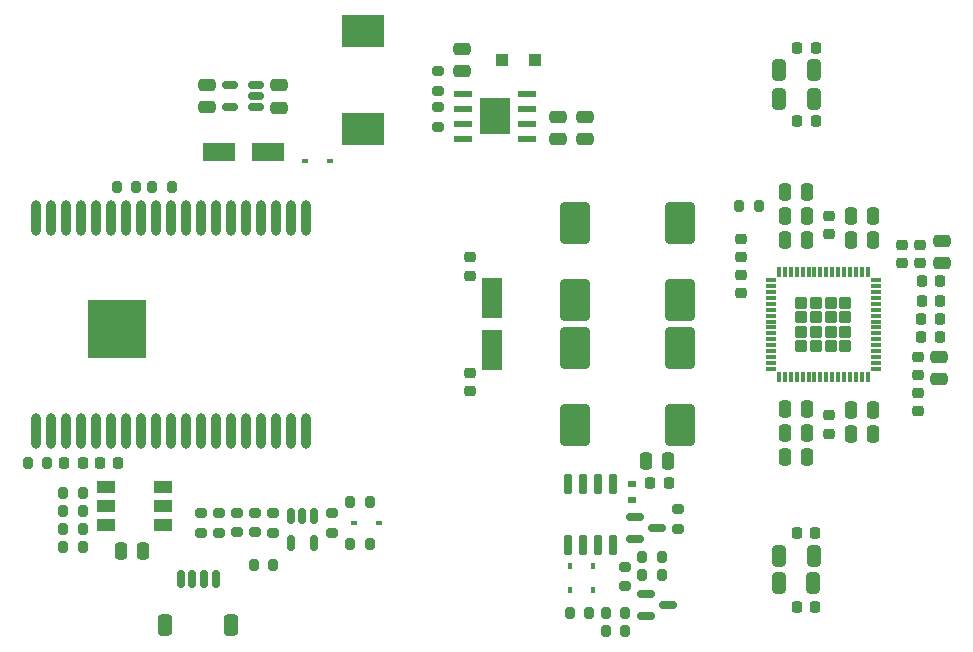
<source format=gbr>
G04 #@! TF.GenerationSoftware,KiCad,Pcbnew,(6.0.5-0)*
G04 #@! TF.CreationDate,2022-10-24T02:35:27+02:00*
G04 #@! TF.ProjectId,muVox,6d75566f-782e-46b6-9963-61645f706362,rc1*
G04 #@! TF.SameCoordinates,Original*
G04 #@! TF.FileFunction,Paste,Top*
G04 #@! TF.FilePolarity,Positive*
%FSLAX46Y46*%
G04 Gerber Fmt 4.6, Leading zero omitted, Abs format (unit mm)*
G04 Created by KiCad (PCBNEW (6.0.5-0)) date 2022-10-24 02:35:27*
%MOMM*%
%LPD*%
G01*
G04 APERTURE LIST*
G04 Aperture macros list*
%AMRoundRect*
0 Rectangle with rounded corners*
0 $1 Rounding radius*
0 $2 $3 $4 $5 $6 $7 $8 $9 X,Y pos of 4 corners*
0 Add a 4 corners polygon primitive as box body*
4,1,4,$2,$3,$4,$5,$6,$7,$8,$9,$2,$3,0*
0 Add four circle primitives for the rounded corners*
1,1,$1+$1,$2,$3*
1,1,$1+$1,$4,$5*
1,1,$1+$1,$6,$7*
1,1,$1+$1,$8,$9*
0 Add four rect primitives between the rounded corners*
20,1,$1+$1,$2,$3,$4,$5,0*
20,1,$1+$1,$4,$5,$6,$7,0*
20,1,$1+$1,$6,$7,$8,$9,0*
20,1,$1+$1,$8,$9,$2,$3,0*%
G04 Aperture macros list end*
%ADD10RoundRect,0.250000X-0.475000X0.250000X-0.475000X-0.250000X0.475000X-0.250000X0.475000X0.250000X0*%
%ADD11RoundRect,0.150000X0.150000X-0.725000X0.150000X0.725000X-0.150000X0.725000X-0.150000X-0.725000X0*%
%ADD12RoundRect,0.150000X0.512500X0.150000X-0.512500X0.150000X-0.512500X-0.150000X0.512500X-0.150000X0*%
%ADD13RoundRect,0.225000X0.250000X-0.225000X0.250000X0.225000X-0.250000X0.225000X-0.250000X-0.225000X0*%
%ADD14RoundRect,0.150000X-0.150000X0.512500X-0.150000X-0.512500X0.150000X-0.512500X0.150000X0.512500X0*%
%ADD15RoundRect,0.250000X1.137500X0.550000X-1.137500X0.550000X-1.137500X-0.550000X1.137500X-0.550000X0*%
%ADD16RoundRect,0.150000X-0.587500X-0.150000X0.587500X-0.150000X0.587500X0.150000X-0.587500X0.150000X0*%
%ADD17R,0.450000X0.600000*%
%ADD18RoundRect,0.250000X0.250000X0.475000X-0.250000X0.475000X-0.250000X-0.475000X0.250000X-0.475000X0*%
%ADD19RoundRect,0.200000X0.275000X-0.200000X0.275000X0.200000X-0.275000X0.200000X-0.275000X-0.200000X0*%
%ADD20RoundRect,0.250000X1.000000X-1.500000X1.000000X1.500000X-1.000000X1.500000X-1.000000X-1.500000X0*%
%ADD21RoundRect,0.200000X0.200000X0.275000X-0.200000X0.275000X-0.200000X-0.275000X0.200000X-0.275000X0*%
%ADD22RoundRect,0.225000X-0.225000X-0.250000X0.225000X-0.250000X0.225000X0.250000X-0.225000X0.250000X0*%
%ADD23R,0.600000X0.450000*%
%ADD24RoundRect,0.225000X0.225000X0.250000X-0.225000X0.250000X-0.225000X-0.250000X0.225000X-0.250000X0*%
%ADD25RoundRect,0.200000X-0.200000X-0.275000X0.200000X-0.275000X0.200000X0.275000X-0.200000X0.275000X0*%
%ADD26RoundRect,0.250000X-1.000000X1.500000X-1.000000X-1.500000X1.000000X-1.500000X1.000000X1.500000X0*%
%ADD27RoundRect,0.250000X-0.325000X-0.650000X0.325000X-0.650000X0.325000X0.650000X-0.325000X0.650000X0*%
%ADD28RoundRect,0.200000X-0.275000X0.200000X-0.275000X-0.200000X0.275000X-0.200000X0.275000X0.200000X0*%
%ADD29RoundRect,0.250000X-0.277694X0.277694X-0.277694X-0.277694X0.277694X-0.277694X0.277694X0.277694X0*%
%ADD30RoundRect,0.075000X-0.075000X0.362500X-0.075000X-0.362500X0.075000X-0.362500X0.075000X0.362500X0*%
%ADD31RoundRect,0.075000X-0.362500X0.075000X-0.362500X-0.075000X0.362500X-0.075000X0.362500X0.075000X0*%
%ADD32R,3.600000X2.700000*%
%ADD33R,0.700000X0.600000*%
%ADD34RoundRect,0.250000X0.475000X-0.250000X0.475000X0.250000X-0.475000X0.250000X-0.475000X-0.250000X0*%
%ADD35R,1.550000X0.600000*%
%ADD36R,2.600000X3.100000*%
%ADD37RoundRect,0.250000X-0.250000X-0.475000X0.250000X-0.475000X0.250000X0.475000X-0.250000X0.475000X0*%
%ADD38R,1.500000X1.000000*%
%ADD39RoundRect,0.150000X-0.150000X-0.625000X0.150000X-0.625000X0.150000X0.625000X-0.150000X0.625000X0*%
%ADD40RoundRect,0.250000X-0.350000X-0.650000X0.350000X-0.650000X0.350000X0.650000X-0.350000X0.650000X0*%
%ADD41RoundRect,0.225000X-0.250000X0.225000X-0.250000X-0.225000X0.250000X-0.225000X0.250000X0.225000X0*%
%ADD42R,1.800000X3.500000*%
%ADD43O,0.900000X3.000000*%
%ADD44R,5.000000X5.000000*%
%ADD45R,1.100000X1.100000*%
G04 APERTURE END LIST*
D10*
X101859100Y-114146800D03*
X101859100Y-116046800D03*
X95709100Y-114129900D03*
X95709100Y-116029900D03*
D11*
X126314200Y-153068100D03*
X127584200Y-153068100D03*
X128854200Y-153068100D03*
X130124200Y-153068100D03*
X130124200Y-147918100D03*
X128854200Y-147918100D03*
X127584200Y-147918100D03*
X126314200Y-147918100D03*
D12*
X99927600Y-116029300D03*
X99927600Y-115079300D03*
X99927600Y-114129300D03*
X97652600Y-114129300D03*
X97652600Y-116029300D03*
D13*
X140960100Y-128694300D03*
X140960100Y-127144300D03*
D14*
X104763400Y-150647700D03*
X103813400Y-150647700D03*
X102863400Y-150647700D03*
X102863400Y-152922700D03*
X104763400Y-152922700D03*
D15*
X100902600Y-119829300D03*
X96777600Y-119829300D03*
D16*
X132887500Y-157200000D03*
X132887500Y-159100000D03*
X134762500Y-158150000D03*
D17*
X128450000Y-154825000D03*
X128450000Y-156925000D03*
D18*
X152140100Y-127229300D03*
X150240100Y-127229300D03*
D19*
X95199200Y-152031200D03*
X95199200Y-150381200D03*
D20*
X135760480Y-142894790D03*
X135760480Y-136394790D03*
D13*
X148400100Y-126734300D03*
X148400100Y-125184300D03*
D21*
X85215900Y-148675000D03*
X83565900Y-148675000D03*
D22*
X133275000Y-147800000D03*
X134825000Y-147800000D03*
D18*
X152140100Y-141679300D03*
X150240100Y-141679300D03*
D21*
X131150000Y-160350000D03*
X129500000Y-160350000D03*
D23*
X108184200Y-151206200D03*
X110284200Y-151206200D03*
D24*
X147215100Y-152049300D03*
X145665100Y-152049300D03*
D25*
X107884200Y-152956200D03*
X109534200Y-152956200D03*
D18*
X152140100Y-143679300D03*
X150240100Y-143679300D03*
D26*
X126915100Y-125804300D03*
X126915100Y-132304300D03*
D21*
X85225000Y-151725000D03*
X83575000Y-151725000D03*
D24*
X88225000Y-146175000D03*
X86675000Y-146175000D03*
X147210100Y-158289300D03*
X145660100Y-158289300D03*
X147260100Y-117219300D03*
X145710100Y-117219300D03*
D27*
X144140100Y-153979300D03*
X147090100Y-153979300D03*
D18*
X146540100Y-123189300D03*
X144640100Y-123189300D03*
D21*
X109534200Y-149456200D03*
X107884200Y-149456200D03*
D13*
X155905200Y-141719600D03*
X155905200Y-140169600D03*
D27*
X144135100Y-156339300D03*
X147085100Y-156339300D03*
D21*
X89740100Y-122779300D03*
X88090100Y-122779300D03*
X85225000Y-153275000D03*
X83575000Y-153275000D03*
D24*
X85200000Y-146175000D03*
X83650000Y-146175000D03*
D10*
X117365100Y-111079300D03*
X117365100Y-112979300D03*
D27*
X144185100Y-115279300D03*
X147135100Y-115279300D03*
D13*
X118015100Y-130279300D03*
X118015100Y-128729300D03*
D24*
X157775100Y-133939300D03*
X156225100Y-133939300D03*
D28*
X101299400Y-150381200D03*
X101299400Y-152031200D03*
D18*
X146540100Y-127229300D03*
X144640100Y-127229300D03*
D19*
X115265100Y-114604300D03*
X115265100Y-112954300D03*
D27*
X144185100Y-112904300D03*
X147135100Y-112904300D03*
D19*
X115265100Y-117654300D03*
X115265100Y-116004300D03*
D29*
X149777600Y-132554300D03*
X149777600Y-136266800D03*
X146065100Y-132554300D03*
X149777600Y-133791800D03*
X146065100Y-135029300D03*
X146065100Y-133791800D03*
X149777600Y-135029300D03*
X147302600Y-135029300D03*
X148540100Y-135029300D03*
X147302600Y-133791800D03*
X147302600Y-136266800D03*
X148540100Y-132554300D03*
X148540100Y-133791800D03*
X147302600Y-132554300D03*
X146065100Y-136266800D03*
X148540100Y-136266800D03*
D30*
X151671350Y-129973050D03*
X151171350Y-129973050D03*
X150671350Y-129973050D03*
X150171350Y-129973050D03*
X149671350Y-129973050D03*
X149171350Y-129973050D03*
X148671350Y-129973050D03*
X148171350Y-129973050D03*
X147671350Y-129973050D03*
X147171350Y-129973050D03*
X146671350Y-129973050D03*
X146171350Y-129973050D03*
X145671350Y-129973050D03*
X145171350Y-129973050D03*
X144671350Y-129973050D03*
X144171350Y-129973050D03*
D31*
X143483850Y-130660550D03*
X143483850Y-131160550D03*
X143483850Y-131660550D03*
X143483850Y-132160550D03*
X143483850Y-132660550D03*
X143483850Y-133160550D03*
X143483850Y-133660550D03*
X143483850Y-134160550D03*
X143483850Y-134660550D03*
X143483850Y-135160550D03*
X143483850Y-135660550D03*
X143483850Y-136160550D03*
X143483850Y-136660550D03*
X143483850Y-137160550D03*
X143483850Y-137660550D03*
X143483850Y-138160550D03*
D30*
X144171350Y-138848050D03*
X144671350Y-138848050D03*
X145171350Y-138848050D03*
X145671350Y-138848050D03*
X146171350Y-138848050D03*
X146671350Y-138848050D03*
X147171350Y-138848050D03*
X147671350Y-138848050D03*
X148171350Y-138848050D03*
X148671350Y-138848050D03*
X149171350Y-138848050D03*
X149671350Y-138848050D03*
X150171350Y-138848050D03*
X150671350Y-138848050D03*
X151171350Y-138848050D03*
X151671350Y-138848050D03*
D31*
X152358850Y-138160550D03*
X152358850Y-137660550D03*
X152358850Y-137160550D03*
X152358850Y-136660550D03*
X152358850Y-136160550D03*
X152358850Y-135660550D03*
X152358850Y-135160550D03*
X152358850Y-134660550D03*
X152358850Y-134160550D03*
X152358850Y-133660550D03*
X152358850Y-133160550D03*
X152358850Y-132660550D03*
X152358850Y-132160550D03*
X152358850Y-131660550D03*
X152358850Y-131160550D03*
X152358850Y-130660550D03*
D32*
X108968100Y-109593300D03*
X108968100Y-117893300D03*
D28*
X131100000Y-154925000D03*
X131100000Y-156575000D03*
D33*
X131750000Y-149275000D03*
X131750000Y-147875000D03*
D25*
X132575000Y-155650000D03*
X134225000Y-155650000D03*
X80575000Y-146175000D03*
X82225000Y-146175000D03*
D13*
X140960100Y-131734300D03*
X140960100Y-130184300D03*
D21*
X85215000Y-150198300D03*
X83565000Y-150198300D03*
D34*
X157930100Y-129219300D03*
X157930100Y-127319300D03*
D28*
X106324400Y-150381200D03*
X106324400Y-152031200D03*
D35*
X117422600Y-114856800D03*
X117422600Y-116126800D03*
X117422600Y-117396800D03*
X117422600Y-118666800D03*
X122822600Y-118666800D03*
X122822600Y-117396800D03*
X122822600Y-116126800D03*
X122822600Y-114856800D03*
D36*
X120122600Y-116761800D03*
D21*
X92765100Y-122779300D03*
X91115100Y-122779300D03*
D18*
X146540100Y-143629300D03*
X144640100Y-143629300D03*
D21*
X128100000Y-158825000D03*
X126450000Y-158825000D03*
D25*
X99682800Y-154762200D03*
X101332800Y-154762200D03*
D18*
X146540100Y-141579300D03*
X144640100Y-141579300D03*
D19*
X96723200Y-152031200D03*
X96723200Y-150381200D03*
D24*
X147260100Y-110959300D03*
X145710100Y-110959300D03*
D16*
X132000000Y-150675000D03*
X132000000Y-152575000D03*
X133875000Y-151625000D03*
D28*
X135650000Y-150075000D03*
X135650000Y-151725000D03*
D21*
X131150000Y-158825000D03*
X129500000Y-158825000D03*
D25*
X140805100Y-124339300D03*
X142455100Y-124339300D03*
D20*
X126890100Y-142904300D03*
X126890100Y-136404300D03*
D37*
X132879000Y-146002200D03*
X134779000Y-146002200D03*
D26*
X135760480Y-125837290D03*
X135760480Y-132337290D03*
D19*
X98247200Y-152019000D03*
X98247200Y-150369000D03*
D37*
X88422400Y-153619200D03*
X90322400Y-153619200D03*
D13*
X155940100Y-138689300D03*
X155940100Y-137139300D03*
D19*
X99771200Y-152019000D03*
X99771200Y-150369000D03*
D10*
X157680100Y-137149300D03*
X157680100Y-139049300D03*
D13*
X154600100Y-129224300D03*
X154600100Y-127674300D03*
D38*
X87150000Y-148150000D03*
X87150000Y-149750000D03*
X87150000Y-151350000D03*
X92050000Y-151350000D03*
X92050000Y-149750000D03*
X92050000Y-148150000D03*
D39*
X93496000Y-155988000D03*
X94496000Y-155988000D03*
X95496000Y-155988000D03*
X96496000Y-155988000D03*
D40*
X92196000Y-159863000D03*
X97796000Y-159863000D03*
D10*
X127742600Y-116827800D03*
X127742600Y-118727800D03*
D18*
X146540100Y-125229300D03*
X144640100Y-125229300D03*
D25*
X132575000Y-154125000D03*
X134225000Y-154125000D03*
D13*
X156140100Y-129239300D03*
X156140100Y-127689300D03*
D41*
X148430100Y-142114300D03*
X148430100Y-143664300D03*
D22*
X156280100Y-130729300D03*
X157830100Y-130729300D03*
D23*
X104065100Y-120579300D03*
X106165100Y-120579300D03*
D42*
X119840100Y-136579300D03*
X119840100Y-132179300D03*
D41*
X117965100Y-138504300D03*
X117965100Y-140054300D03*
D43*
X81230100Y-143410550D03*
X82500100Y-143410550D03*
X83770100Y-143410550D03*
X85040100Y-143410550D03*
X86310100Y-143410550D03*
X87580100Y-143410550D03*
X88850100Y-143410550D03*
X90120100Y-143410550D03*
X91390100Y-143410550D03*
X92660100Y-143410550D03*
X93930100Y-143410550D03*
X95200100Y-143410550D03*
X96470100Y-143410550D03*
X97740100Y-143410550D03*
X99040100Y-143410550D03*
X100310100Y-143410550D03*
X101580100Y-143410550D03*
X102850100Y-143410550D03*
X104120100Y-143410550D03*
X104120100Y-125410550D03*
X102850100Y-125410550D03*
X101580100Y-125410550D03*
X100310100Y-125410550D03*
X99040100Y-125410550D03*
X97740100Y-125380550D03*
X96470100Y-125380550D03*
X95200100Y-125380550D03*
X93930100Y-125380550D03*
X92660100Y-125380550D03*
X91390100Y-125380550D03*
X90120100Y-125380550D03*
X88850100Y-125380550D03*
X87580100Y-125380550D03*
X86310100Y-125380550D03*
X85040100Y-125380550D03*
X83770100Y-125380550D03*
X82500100Y-125380550D03*
X81230100Y-125380550D03*
D44*
X88150100Y-134810550D03*
D10*
X125456600Y-116827800D03*
X125456600Y-118727800D03*
D22*
X156215100Y-135459300D03*
X157765100Y-135459300D03*
D17*
X126450000Y-154825000D03*
X126450000Y-156925000D03*
D18*
X146540100Y-145639300D03*
X144640100Y-145639300D03*
D45*
X123515100Y-112029300D03*
X120715100Y-112029300D03*
D18*
X152140100Y-125229300D03*
X150240100Y-125229300D03*
D22*
X156240100Y-132419300D03*
X157790100Y-132419300D03*
M02*

</source>
